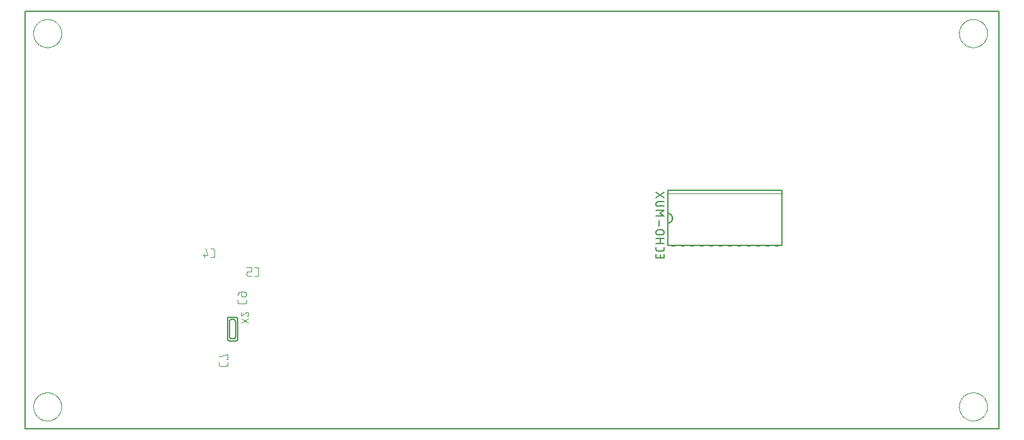
<source format=gbo>
G75*
%MOIN*%
%OFA0B0*%
%FSLAX25Y25*%
%IPPOS*%
%LPD*%
%AMOC8*
5,1,8,0,0,1.08239X$1,22.5*
%
%ADD10C,0.00787*%
%ADD11C,0.00000*%
%ADD12C,0.00400*%
%ADD13C,0.00600*%
%ADD14C,0.00200*%
%ADD15C,0.00500*%
%ADD16R,0.02000X0.00500*%
%ADD17C,0.00300*%
D10*
X0001394Y0002628D02*
X0001394Y0225069D01*
X0519110Y0225069D01*
X0519110Y0002628D01*
X0001394Y0002628D01*
D11*
X0005725Y0014439D02*
X0005727Y0014623D01*
X0005734Y0014806D01*
X0005745Y0014989D01*
X0005761Y0015172D01*
X0005781Y0015355D01*
X0005806Y0015537D01*
X0005835Y0015718D01*
X0005869Y0015898D01*
X0005907Y0016078D01*
X0005949Y0016256D01*
X0005996Y0016434D01*
X0006047Y0016610D01*
X0006103Y0016785D01*
X0006162Y0016959D01*
X0006226Y0017131D01*
X0006294Y0017301D01*
X0006367Y0017470D01*
X0006443Y0017637D01*
X0006524Y0017802D01*
X0006608Y0017965D01*
X0006697Y0018126D01*
X0006789Y0018284D01*
X0006885Y0018441D01*
X0006986Y0018595D01*
X0007089Y0018746D01*
X0007197Y0018895D01*
X0007308Y0019041D01*
X0007423Y0019184D01*
X0007541Y0019325D01*
X0007663Y0019462D01*
X0007788Y0019597D01*
X0007916Y0019728D01*
X0008047Y0019856D01*
X0008182Y0019981D01*
X0008319Y0020103D01*
X0008460Y0020221D01*
X0008603Y0020336D01*
X0008749Y0020447D01*
X0008898Y0020555D01*
X0009049Y0020658D01*
X0009203Y0020759D01*
X0009360Y0020855D01*
X0009518Y0020947D01*
X0009679Y0021036D01*
X0009842Y0021120D01*
X0010007Y0021201D01*
X0010174Y0021277D01*
X0010343Y0021350D01*
X0010513Y0021418D01*
X0010685Y0021482D01*
X0010859Y0021541D01*
X0011034Y0021597D01*
X0011210Y0021648D01*
X0011388Y0021695D01*
X0011566Y0021737D01*
X0011746Y0021775D01*
X0011926Y0021809D01*
X0012107Y0021838D01*
X0012289Y0021863D01*
X0012472Y0021883D01*
X0012655Y0021899D01*
X0012838Y0021910D01*
X0013021Y0021917D01*
X0013205Y0021919D01*
X0013389Y0021917D01*
X0013572Y0021910D01*
X0013755Y0021899D01*
X0013938Y0021883D01*
X0014121Y0021863D01*
X0014303Y0021838D01*
X0014484Y0021809D01*
X0014664Y0021775D01*
X0014844Y0021737D01*
X0015022Y0021695D01*
X0015200Y0021648D01*
X0015376Y0021597D01*
X0015551Y0021541D01*
X0015725Y0021482D01*
X0015897Y0021418D01*
X0016067Y0021350D01*
X0016236Y0021277D01*
X0016403Y0021201D01*
X0016568Y0021120D01*
X0016731Y0021036D01*
X0016892Y0020947D01*
X0017050Y0020855D01*
X0017207Y0020759D01*
X0017361Y0020658D01*
X0017512Y0020555D01*
X0017661Y0020447D01*
X0017807Y0020336D01*
X0017950Y0020221D01*
X0018091Y0020103D01*
X0018228Y0019981D01*
X0018363Y0019856D01*
X0018494Y0019728D01*
X0018622Y0019597D01*
X0018747Y0019462D01*
X0018869Y0019325D01*
X0018987Y0019184D01*
X0019102Y0019041D01*
X0019213Y0018895D01*
X0019321Y0018746D01*
X0019424Y0018595D01*
X0019525Y0018441D01*
X0019621Y0018284D01*
X0019713Y0018126D01*
X0019802Y0017965D01*
X0019886Y0017802D01*
X0019967Y0017637D01*
X0020043Y0017470D01*
X0020116Y0017301D01*
X0020184Y0017131D01*
X0020248Y0016959D01*
X0020307Y0016785D01*
X0020363Y0016610D01*
X0020414Y0016434D01*
X0020461Y0016256D01*
X0020503Y0016078D01*
X0020541Y0015898D01*
X0020575Y0015718D01*
X0020604Y0015537D01*
X0020629Y0015355D01*
X0020649Y0015172D01*
X0020665Y0014989D01*
X0020676Y0014806D01*
X0020683Y0014623D01*
X0020685Y0014439D01*
X0020683Y0014255D01*
X0020676Y0014072D01*
X0020665Y0013889D01*
X0020649Y0013706D01*
X0020629Y0013523D01*
X0020604Y0013341D01*
X0020575Y0013160D01*
X0020541Y0012980D01*
X0020503Y0012800D01*
X0020461Y0012622D01*
X0020414Y0012444D01*
X0020363Y0012268D01*
X0020307Y0012093D01*
X0020248Y0011919D01*
X0020184Y0011747D01*
X0020116Y0011577D01*
X0020043Y0011408D01*
X0019967Y0011241D01*
X0019886Y0011076D01*
X0019802Y0010913D01*
X0019713Y0010752D01*
X0019621Y0010594D01*
X0019525Y0010437D01*
X0019424Y0010283D01*
X0019321Y0010132D01*
X0019213Y0009983D01*
X0019102Y0009837D01*
X0018987Y0009694D01*
X0018869Y0009553D01*
X0018747Y0009416D01*
X0018622Y0009281D01*
X0018494Y0009150D01*
X0018363Y0009022D01*
X0018228Y0008897D01*
X0018091Y0008775D01*
X0017950Y0008657D01*
X0017807Y0008542D01*
X0017661Y0008431D01*
X0017512Y0008323D01*
X0017361Y0008220D01*
X0017207Y0008119D01*
X0017050Y0008023D01*
X0016892Y0007931D01*
X0016731Y0007842D01*
X0016568Y0007758D01*
X0016403Y0007677D01*
X0016236Y0007601D01*
X0016067Y0007528D01*
X0015897Y0007460D01*
X0015725Y0007396D01*
X0015551Y0007337D01*
X0015376Y0007281D01*
X0015200Y0007230D01*
X0015022Y0007183D01*
X0014844Y0007141D01*
X0014664Y0007103D01*
X0014484Y0007069D01*
X0014303Y0007040D01*
X0014121Y0007015D01*
X0013938Y0006995D01*
X0013755Y0006979D01*
X0013572Y0006968D01*
X0013389Y0006961D01*
X0013205Y0006959D01*
X0013021Y0006961D01*
X0012838Y0006968D01*
X0012655Y0006979D01*
X0012472Y0006995D01*
X0012289Y0007015D01*
X0012107Y0007040D01*
X0011926Y0007069D01*
X0011746Y0007103D01*
X0011566Y0007141D01*
X0011388Y0007183D01*
X0011210Y0007230D01*
X0011034Y0007281D01*
X0010859Y0007337D01*
X0010685Y0007396D01*
X0010513Y0007460D01*
X0010343Y0007528D01*
X0010174Y0007601D01*
X0010007Y0007677D01*
X0009842Y0007758D01*
X0009679Y0007842D01*
X0009518Y0007931D01*
X0009360Y0008023D01*
X0009203Y0008119D01*
X0009049Y0008220D01*
X0008898Y0008323D01*
X0008749Y0008431D01*
X0008603Y0008542D01*
X0008460Y0008657D01*
X0008319Y0008775D01*
X0008182Y0008897D01*
X0008047Y0009022D01*
X0007916Y0009150D01*
X0007788Y0009281D01*
X0007663Y0009416D01*
X0007541Y0009553D01*
X0007423Y0009694D01*
X0007308Y0009837D01*
X0007197Y0009983D01*
X0007089Y0010132D01*
X0006986Y0010283D01*
X0006885Y0010437D01*
X0006789Y0010594D01*
X0006697Y0010752D01*
X0006608Y0010913D01*
X0006524Y0011076D01*
X0006443Y0011241D01*
X0006367Y0011408D01*
X0006294Y0011577D01*
X0006226Y0011747D01*
X0006162Y0011919D01*
X0006103Y0012093D01*
X0006047Y0012268D01*
X0005996Y0012444D01*
X0005949Y0012622D01*
X0005907Y0012800D01*
X0005869Y0012980D01*
X0005835Y0013160D01*
X0005806Y0013341D01*
X0005781Y0013523D01*
X0005761Y0013706D01*
X0005745Y0013889D01*
X0005734Y0014072D01*
X0005727Y0014255D01*
X0005725Y0014439D01*
X0005725Y0213258D02*
X0005727Y0213442D01*
X0005734Y0213625D01*
X0005745Y0213808D01*
X0005761Y0213991D01*
X0005781Y0214174D01*
X0005806Y0214356D01*
X0005835Y0214537D01*
X0005869Y0214717D01*
X0005907Y0214897D01*
X0005949Y0215075D01*
X0005996Y0215253D01*
X0006047Y0215429D01*
X0006103Y0215604D01*
X0006162Y0215778D01*
X0006226Y0215950D01*
X0006294Y0216120D01*
X0006367Y0216289D01*
X0006443Y0216456D01*
X0006524Y0216621D01*
X0006608Y0216784D01*
X0006697Y0216945D01*
X0006789Y0217103D01*
X0006885Y0217260D01*
X0006986Y0217414D01*
X0007089Y0217565D01*
X0007197Y0217714D01*
X0007308Y0217860D01*
X0007423Y0218003D01*
X0007541Y0218144D01*
X0007663Y0218281D01*
X0007788Y0218416D01*
X0007916Y0218547D01*
X0008047Y0218675D01*
X0008182Y0218800D01*
X0008319Y0218922D01*
X0008460Y0219040D01*
X0008603Y0219155D01*
X0008749Y0219266D01*
X0008898Y0219374D01*
X0009049Y0219477D01*
X0009203Y0219578D01*
X0009360Y0219674D01*
X0009518Y0219766D01*
X0009679Y0219855D01*
X0009842Y0219939D01*
X0010007Y0220020D01*
X0010174Y0220096D01*
X0010343Y0220169D01*
X0010513Y0220237D01*
X0010685Y0220301D01*
X0010859Y0220360D01*
X0011034Y0220416D01*
X0011210Y0220467D01*
X0011388Y0220514D01*
X0011566Y0220556D01*
X0011746Y0220594D01*
X0011926Y0220628D01*
X0012107Y0220657D01*
X0012289Y0220682D01*
X0012472Y0220702D01*
X0012655Y0220718D01*
X0012838Y0220729D01*
X0013021Y0220736D01*
X0013205Y0220738D01*
X0013389Y0220736D01*
X0013572Y0220729D01*
X0013755Y0220718D01*
X0013938Y0220702D01*
X0014121Y0220682D01*
X0014303Y0220657D01*
X0014484Y0220628D01*
X0014664Y0220594D01*
X0014844Y0220556D01*
X0015022Y0220514D01*
X0015200Y0220467D01*
X0015376Y0220416D01*
X0015551Y0220360D01*
X0015725Y0220301D01*
X0015897Y0220237D01*
X0016067Y0220169D01*
X0016236Y0220096D01*
X0016403Y0220020D01*
X0016568Y0219939D01*
X0016731Y0219855D01*
X0016892Y0219766D01*
X0017050Y0219674D01*
X0017207Y0219578D01*
X0017361Y0219477D01*
X0017512Y0219374D01*
X0017661Y0219266D01*
X0017807Y0219155D01*
X0017950Y0219040D01*
X0018091Y0218922D01*
X0018228Y0218800D01*
X0018363Y0218675D01*
X0018494Y0218547D01*
X0018622Y0218416D01*
X0018747Y0218281D01*
X0018869Y0218144D01*
X0018987Y0218003D01*
X0019102Y0217860D01*
X0019213Y0217714D01*
X0019321Y0217565D01*
X0019424Y0217414D01*
X0019525Y0217260D01*
X0019621Y0217103D01*
X0019713Y0216945D01*
X0019802Y0216784D01*
X0019886Y0216621D01*
X0019967Y0216456D01*
X0020043Y0216289D01*
X0020116Y0216120D01*
X0020184Y0215950D01*
X0020248Y0215778D01*
X0020307Y0215604D01*
X0020363Y0215429D01*
X0020414Y0215253D01*
X0020461Y0215075D01*
X0020503Y0214897D01*
X0020541Y0214717D01*
X0020575Y0214537D01*
X0020604Y0214356D01*
X0020629Y0214174D01*
X0020649Y0213991D01*
X0020665Y0213808D01*
X0020676Y0213625D01*
X0020683Y0213442D01*
X0020685Y0213258D01*
X0020683Y0213074D01*
X0020676Y0212891D01*
X0020665Y0212708D01*
X0020649Y0212525D01*
X0020629Y0212342D01*
X0020604Y0212160D01*
X0020575Y0211979D01*
X0020541Y0211799D01*
X0020503Y0211619D01*
X0020461Y0211441D01*
X0020414Y0211263D01*
X0020363Y0211087D01*
X0020307Y0210912D01*
X0020248Y0210738D01*
X0020184Y0210566D01*
X0020116Y0210396D01*
X0020043Y0210227D01*
X0019967Y0210060D01*
X0019886Y0209895D01*
X0019802Y0209732D01*
X0019713Y0209571D01*
X0019621Y0209413D01*
X0019525Y0209256D01*
X0019424Y0209102D01*
X0019321Y0208951D01*
X0019213Y0208802D01*
X0019102Y0208656D01*
X0018987Y0208513D01*
X0018869Y0208372D01*
X0018747Y0208235D01*
X0018622Y0208100D01*
X0018494Y0207969D01*
X0018363Y0207841D01*
X0018228Y0207716D01*
X0018091Y0207594D01*
X0017950Y0207476D01*
X0017807Y0207361D01*
X0017661Y0207250D01*
X0017512Y0207142D01*
X0017361Y0207039D01*
X0017207Y0206938D01*
X0017050Y0206842D01*
X0016892Y0206750D01*
X0016731Y0206661D01*
X0016568Y0206577D01*
X0016403Y0206496D01*
X0016236Y0206420D01*
X0016067Y0206347D01*
X0015897Y0206279D01*
X0015725Y0206215D01*
X0015551Y0206156D01*
X0015376Y0206100D01*
X0015200Y0206049D01*
X0015022Y0206002D01*
X0014844Y0205960D01*
X0014664Y0205922D01*
X0014484Y0205888D01*
X0014303Y0205859D01*
X0014121Y0205834D01*
X0013938Y0205814D01*
X0013755Y0205798D01*
X0013572Y0205787D01*
X0013389Y0205780D01*
X0013205Y0205778D01*
X0013021Y0205780D01*
X0012838Y0205787D01*
X0012655Y0205798D01*
X0012472Y0205814D01*
X0012289Y0205834D01*
X0012107Y0205859D01*
X0011926Y0205888D01*
X0011746Y0205922D01*
X0011566Y0205960D01*
X0011388Y0206002D01*
X0011210Y0206049D01*
X0011034Y0206100D01*
X0010859Y0206156D01*
X0010685Y0206215D01*
X0010513Y0206279D01*
X0010343Y0206347D01*
X0010174Y0206420D01*
X0010007Y0206496D01*
X0009842Y0206577D01*
X0009679Y0206661D01*
X0009518Y0206750D01*
X0009360Y0206842D01*
X0009203Y0206938D01*
X0009049Y0207039D01*
X0008898Y0207142D01*
X0008749Y0207250D01*
X0008603Y0207361D01*
X0008460Y0207476D01*
X0008319Y0207594D01*
X0008182Y0207716D01*
X0008047Y0207841D01*
X0007916Y0207969D01*
X0007788Y0208100D01*
X0007663Y0208235D01*
X0007541Y0208372D01*
X0007423Y0208513D01*
X0007308Y0208656D01*
X0007197Y0208802D01*
X0007089Y0208951D01*
X0006986Y0209102D01*
X0006885Y0209256D01*
X0006789Y0209413D01*
X0006697Y0209571D01*
X0006608Y0209732D01*
X0006524Y0209895D01*
X0006443Y0210060D01*
X0006367Y0210227D01*
X0006294Y0210396D01*
X0006226Y0210566D01*
X0006162Y0210738D01*
X0006103Y0210912D01*
X0006047Y0211087D01*
X0005996Y0211263D01*
X0005949Y0211441D01*
X0005907Y0211619D01*
X0005869Y0211799D01*
X0005835Y0211979D01*
X0005806Y0212160D01*
X0005781Y0212342D01*
X0005761Y0212525D01*
X0005745Y0212708D01*
X0005734Y0212891D01*
X0005727Y0213074D01*
X0005725Y0213258D01*
X0497851Y0213258D02*
X0497853Y0213442D01*
X0497860Y0213625D01*
X0497871Y0213808D01*
X0497887Y0213991D01*
X0497907Y0214174D01*
X0497932Y0214356D01*
X0497961Y0214537D01*
X0497995Y0214717D01*
X0498033Y0214897D01*
X0498075Y0215075D01*
X0498122Y0215253D01*
X0498173Y0215429D01*
X0498229Y0215604D01*
X0498288Y0215778D01*
X0498352Y0215950D01*
X0498420Y0216120D01*
X0498493Y0216289D01*
X0498569Y0216456D01*
X0498650Y0216621D01*
X0498734Y0216784D01*
X0498823Y0216945D01*
X0498915Y0217103D01*
X0499011Y0217260D01*
X0499112Y0217414D01*
X0499215Y0217565D01*
X0499323Y0217714D01*
X0499434Y0217860D01*
X0499549Y0218003D01*
X0499667Y0218144D01*
X0499789Y0218281D01*
X0499914Y0218416D01*
X0500042Y0218547D01*
X0500173Y0218675D01*
X0500308Y0218800D01*
X0500445Y0218922D01*
X0500586Y0219040D01*
X0500729Y0219155D01*
X0500875Y0219266D01*
X0501024Y0219374D01*
X0501175Y0219477D01*
X0501329Y0219578D01*
X0501486Y0219674D01*
X0501644Y0219766D01*
X0501805Y0219855D01*
X0501968Y0219939D01*
X0502133Y0220020D01*
X0502300Y0220096D01*
X0502469Y0220169D01*
X0502639Y0220237D01*
X0502811Y0220301D01*
X0502985Y0220360D01*
X0503160Y0220416D01*
X0503336Y0220467D01*
X0503514Y0220514D01*
X0503692Y0220556D01*
X0503872Y0220594D01*
X0504052Y0220628D01*
X0504233Y0220657D01*
X0504415Y0220682D01*
X0504598Y0220702D01*
X0504781Y0220718D01*
X0504964Y0220729D01*
X0505147Y0220736D01*
X0505331Y0220738D01*
X0505515Y0220736D01*
X0505698Y0220729D01*
X0505881Y0220718D01*
X0506064Y0220702D01*
X0506247Y0220682D01*
X0506429Y0220657D01*
X0506610Y0220628D01*
X0506790Y0220594D01*
X0506970Y0220556D01*
X0507148Y0220514D01*
X0507326Y0220467D01*
X0507502Y0220416D01*
X0507677Y0220360D01*
X0507851Y0220301D01*
X0508023Y0220237D01*
X0508193Y0220169D01*
X0508362Y0220096D01*
X0508529Y0220020D01*
X0508694Y0219939D01*
X0508857Y0219855D01*
X0509018Y0219766D01*
X0509176Y0219674D01*
X0509333Y0219578D01*
X0509487Y0219477D01*
X0509638Y0219374D01*
X0509787Y0219266D01*
X0509933Y0219155D01*
X0510076Y0219040D01*
X0510217Y0218922D01*
X0510354Y0218800D01*
X0510489Y0218675D01*
X0510620Y0218547D01*
X0510748Y0218416D01*
X0510873Y0218281D01*
X0510995Y0218144D01*
X0511113Y0218003D01*
X0511228Y0217860D01*
X0511339Y0217714D01*
X0511447Y0217565D01*
X0511550Y0217414D01*
X0511651Y0217260D01*
X0511747Y0217103D01*
X0511839Y0216945D01*
X0511928Y0216784D01*
X0512012Y0216621D01*
X0512093Y0216456D01*
X0512169Y0216289D01*
X0512242Y0216120D01*
X0512310Y0215950D01*
X0512374Y0215778D01*
X0512433Y0215604D01*
X0512489Y0215429D01*
X0512540Y0215253D01*
X0512587Y0215075D01*
X0512629Y0214897D01*
X0512667Y0214717D01*
X0512701Y0214537D01*
X0512730Y0214356D01*
X0512755Y0214174D01*
X0512775Y0213991D01*
X0512791Y0213808D01*
X0512802Y0213625D01*
X0512809Y0213442D01*
X0512811Y0213258D01*
X0512809Y0213074D01*
X0512802Y0212891D01*
X0512791Y0212708D01*
X0512775Y0212525D01*
X0512755Y0212342D01*
X0512730Y0212160D01*
X0512701Y0211979D01*
X0512667Y0211799D01*
X0512629Y0211619D01*
X0512587Y0211441D01*
X0512540Y0211263D01*
X0512489Y0211087D01*
X0512433Y0210912D01*
X0512374Y0210738D01*
X0512310Y0210566D01*
X0512242Y0210396D01*
X0512169Y0210227D01*
X0512093Y0210060D01*
X0512012Y0209895D01*
X0511928Y0209732D01*
X0511839Y0209571D01*
X0511747Y0209413D01*
X0511651Y0209256D01*
X0511550Y0209102D01*
X0511447Y0208951D01*
X0511339Y0208802D01*
X0511228Y0208656D01*
X0511113Y0208513D01*
X0510995Y0208372D01*
X0510873Y0208235D01*
X0510748Y0208100D01*
X0510620Y0207969D01*
X0510489Y0207841D01*
X0510354Y0207716D01*
X0510217Y0207594D01*
X0510076Y0207476D01*
X0509933Y0207361D01*
X0509787Y0207250D01*
X0509638Y0207142D01*
X0509487Y0207039D01*
X0509333Y0206938D01*
X0509176Y0206842D01*
X0509018Y0206750D01*
X0508857Y0206661D01*
X0508694Y0206577D01*
X0508529Y0206496D01*
X0508362Y0206420D01*
X0508193Y0206347D01*
X0508023Y0206279D01*
X0507851Y0206215D01*
X0507677Y0206156D01*
X0507502Y0206100D01*
X0507326Y0206049D01*
X0507148Y0206002D01*
X0506970Y0205960D01*
X0506790Y0205922D01*
X0506610Y0205888D01*
X0506429Y0205859D01*
X0506247Y0205834D01*
X0506064Y0205814D01*
X0505881Y0205798D01*
X0505698Y0205787D01*
X0505515Y0205780D01*
X0505331Y0205778D01*
X0505147Y0205780D01*
X0504964Y0205787D01*
X0504781Y0205798D01*
X0504598Y0205814D01*
X0504415Y0205834D01*
X0504233Y0205859D01*
X0504052Y0205888D01*
X0503872Y0205922D01*
X0503692Y0205960D01*
X0503514Y0206002D01*
X0503336Y0206049D01*
X0503160Y0206100D01*
X0502985Y0206156D01*
X0502811Y0206215D01*
X0502639Y0206279D01*
X0502469Y0206347D01*
X0502300Y0206420D01*
X0502133Y0206496D01*
X0501968Y0206577D01*
X0501805Y0206661D01*
X0501644Y0206750D01*
X0501486Y0206842D01*
X0501329Y0206938D01*
X0501175Y0207039D01*
X0501024Y0207142D01*
X0500875Y0207250D01*
X0500729Y0207361D01*
X0500586Y0207476D01*
X0500445Y0207594D01*
X0500308Y0207716D01*
X0500173Y0207841D01*
X0500042Y0207969D01*
X0499914Y0208100D01*
X0499789Y0208235D01*
X0499667Y0208372D01*
X0499549Y0208513D01*
X0499434Y0208656D01*
X0499323Y0208802D01*
X0499215Y0208951D01*
X0499112Y0209102D01*
X0499011Y0209256D01*
X0498915Y0209413D01*
X0498823Y0209571D01*
X0498734Y0209732D01*
X0498650Y0209895D01*
X0498569Y0210060D01*
X0498493Y0210227D01*
X0498420Y0210396D01*
X0498352Y0210566D01*
X0498288Y0210738D01*
X0498229Y0210912D01*
X0498173Y0211087D01*
X0498122Y0211263D01*
X0498075Y0211441D01*
X0498033Y0211619D01*
X0497995Y0211799D01*
X0497961Y0211979D01*
X0497932Y0212160D01*
X0497907Y0212342D01*
X0497887Y0212525D01*
X0497871Y0212708D01*
X0497860Y0212891D01*
X0497853Y0213074D01*
X0497851Y0213258D01*
X0497851Y0014439D02*
X0497853Y0014623D01*
X0497860Y0014806D01*
X0497871Y0014989D01*
X0497887Y0015172D01*
X0497907Y0015355D01*
X0497932Y0015537D01*
X0497961Y0015718D01*
X0497995Y0015898D01*
X0498033Y0016078D01*
X0498075Y0016256D01*
X0498122Y0016434D01*
X0498173Y0016610D01*
X0498229Y0016785D01*
X0498288Y0016959D01*
X0498352Y0017131D01*
X0498420Y0017301D01*
X0498493Y0017470D01*
X0498569Y0017637D01*
X0498650Y0017802D01*
X0498734Y0017965D01*
X0498823Y0018126D01*
X0498915Y0018284D01*
X0499011Y0018441D01*
X0499112Y0018595D01*
X0499215Y0018746D01*
X0499323Y0018895D01*
X0499434Y0019041D01*
X0499549Y0019184D01*
X0499667Y0019325D01*
X0499789Y0019462D01*
X0499914Y0019597D01*
X0500042Y0019728D01*
X0500173Y0019856D01*
X0500308Y0019981D01*
X0500445Y0020103D01*
X0500586Y0020221D01*
X0500729Y0020336D01*
X0500875Y0020447D01*
X0501024Y0020555D01*
X0501175Y0020658D01*
X0501329Y0020759D01*
X0501486Y0020855D01*
X0501644Y0020947D01*
X0501805Y0021036D01*
X0501968Y0021120D01*
X0502133Y0021201D01*
X0502300Y0021277D01*
X0502469Y0021350D01*
X0502639Y0021418D01*
X0502811Y0021482D01*
X0502985Y0021541D01*
X0503160Y0021597D01*
X0503336Y0021648D01*
X0503514Y0021695D01*
X0503692Y0021737D01*
X0503872Y0021775D01*
X0504052Y0021809D01*
X0504233Y0021838D01*
X0504415Y0021863D01*
X0504598Y0021883D01*
X0504781Y0021899D01*
X0504964Y0021910D01*
X0505147Y0021917D01*
X0505331Y0021919D01*
X0505515Y0021917D01*
X0505698Y0021910D01*
X0505881Y0021899D01*
X0506064Y0021883D01*
X0506247Y0021863D01*
X0506429Y0021838D01*
X0506610Y0021809D01*
X0506790Y0021775D01*
X0506970Y0021737D01*
X0507148Y0021695D01*
X0507326Y0021648D01*
X0507502Y0021597D01*
X0507677Y0021541D01*
X0507851Y0021482D01*
X0508023Y0021418D01*
X0508193Y0021350D01*
X0508362Y0021277D01*
X0508529Y0021201D01*
X0508694Y0021120D01*
X0508857Y0021036D01*
X0509018Y0020947D01*
X0509176Y0020855D01*
X0509333Y0020759D01*
X0509487Y0020658D01*
X0509638Y0020555D01*
X0509787Y0020447D01*
X0509933Y0020336D01*
X0510076Y0020221D01*
X0510217Y0020103D01*
X0510354Y0019981D01*
X0510489Y0019856D01*
X0510620Y0019728D01*
X0510748Y0019597D01*
X0510873Y0019462D01*
X0510995Y0019325D01*
X0511113Y0019184D01*
X0511228Y0019041D01*
X0511339Y0018895D01*
X0511447Y0018746D01*
X0511550Y0018595D01*
X0511651Y0018441D01*
X0511747Y0018284D01*
X0511839Y0018126D01*
X0511928Y0017965D01*
X0512012Y0017802D01*
X0512093Y0017637D01*
X0512169Y0017470D01*
X0512242Y0017301D01*
X0512310Y0017131D01*
X0512374Y0016959D01*
X0512433Y0016785D01*
X0512489Y0016610D01*
X0512540Y0016434D01*
X0512587Y0016256D01*
X0512629Y0016078D01*
X0512667Y0015898D01*
X0512701Y0015718D01*
X0512730Y0015537D01*
X0512755Y0015355D01*
X0512775Y0015172D01*
X0512791Y0014989D01*
X0512802Y0014806D01*
X0512809Y0014623D01*
X0512811Y0014439D01*
X0512809Y0014255D01*
X0512802Y0014072D01*
X0512791Y0013889D01*
X0512775Y0013706D01*
X0512755Y0013523D01*
X0512730Y0013341D01*
X0512701Y0013160D01*
X0512667Y0012980D01*
X0512629Y0012800D01*
X0512587Y0012622D01*
X0512540Y0012444D01*
X0512489Y0012268D01*
X0512433Y0012093D01*
X0512374Y0011919D01*
X0512310Y0011747D01*
X0512242Y0011577D01*
X0512169Y0011408D01*
X0512093Y0011241D01*
X0512012Y0011076D01*
X0511928Y0010913D01*
X0511839Y0010752D01*
X0511747Y0010594D01*
X0511651Y0010437D01*
X0511550Y0010283D01*
X0511447Y0010132D01*
X0511339Y0009983D01*
X0511228Y0009837D01*
X0511113Y0009694D01*
X0510995Y0009553D01*
X0510873Y0009416D01*
X0510748Y0009281D01*
X0510620Y0009150D01*
X0510489Y0009022D01*
X0510354Y0008897D01*
X0510217Y0008775D01*
X0510076Y0008657D01*
X0509933Y0008542D01*
X0509787Y0008431D01*
X0509638Y0008323D01*
X0509487Y0008220D01*
X0509333Y0008119D01*
X0509176Y0008023D01*
X0509018Y0007931D01*
X0508857Y0007842D01*
X0508694Y0007758D01*
X0508529Y0007677D01*
X0508362Y0007601D01*
X0508193Y0007528D01*
X0508023Y0007460D01*
X0507851Y0007396D01*
X0507677Y0007337D01*
X0507502Y0007281D01*
X0507326Y0007230D01*
X0507148Y0007183D01*
X0506970Y0007141D01*
X0506790Y0007103D01*
X0506610Y0007069D01*
X0506429Y0007040D01*
X0506247Y0007015D01*
X0506064Y0006995D01*
X0505881Y0006979D01*
X0505698Y0006968D01*
X0505515Y0006961D01*
X0505331Y0006959D01*
X0505147Y0006961D01*
X0504964Y0006968D01*
X0504781Y0006979D01*
X0504598Y0006995D01*
X0504415Y0007015D01*
X0504233Y0007040D01*
X0504052Y0007069D01*
X0503872Y0007103D01*
X0503692Y0007141D01*
X0503514Y0007183D01*
X0503336Y0007230D01*
X0503160Y0007281D01*
X0502985Y0007337D01*
X0502811Y0007396D01*
X0502639Y0007460D01*
X0502469Y0007528D01*
X0502300Y0007601D01*
X0502133Y0007677D01*
X0501968Y0007758D01*
X0501805Y0007842D01*
X0501644Y0007931D01*
X0501486Y0008023D01*
X0501329Y0008119D01*
X0501175Y0008220D01*
X0501024Y0008323D01*
X0500875Y0008431D01*
X0500729Y0008542D01*
X0500586Y0008657D01*
X0500445Y0008775D01*
X0500308Y0008897D01*
X0500173Y0009022D01*
X0500042Y0009150D01*
X0499914Y0009281D01*
X0499789Y0009416D01*
X0499667Y0009553D01*
X0499549Y0009694D01*
X0499434Y0009837D01*
X0499323Y0009983D01*
X0499215Y0010132D01*
X0499112Y0010283D01*
X0499011Y0010437D01*
X0498915Y0010594D01*
X0498823Y0010752D01*
X0498734Y0010913D01*
X0498650Y0011076D01*
X0498569Y0011241D01*
X0498493Y0011408D01*
X0498420Y0011577D01*
X0498352Y0011747D01*
X0498288Y0011919D01*
X0498229Y0012093D01*
X0498173Y0012268D01*
X0498122Y0012444D01*
X0498075Y0012622D01*
X0498033Y0012800D01*
X0497995Y0012980D01*
X0497961Y0013160D01*
X0497932Y0013341D01*
X0497907Y0013523D01*
X0497887Y0013706D01*
X0497871Y0013889D01*
X0497860Y0014072D01*
X0497853Y0014255D01*
X0497851Y0014439D01*
D12*
X0125491Y0084933D02*
X0125491Y0087488D01*
X0125489Y0087550D01*
X0125484Y0087611D01*
X0125474Y0087672D01*
X0125461Y0087733D01*
X0125445Y0087792D01*
X0125425Y0087850D01*
X0125401Y0087907D01*
X0125374Y0087963D01*
X0125344Y0088017D01*
X0125310Y0088069D01*
X0125274Y0088118D01*
X0125234Y0088166D01*
X0125192Y0088211D01*
X0125147Y0088253D01*
X0125099Y0088293D01*
X0125050Y0088329D01*
X0124998Y0088363D01*
X0124944Y0088393D01*
X0124888Y0088420D01*
X0124831Y0088444D01*
X0124773Y0088464D01*
X0124714Y0088480D01*
X0124653Y0088493D01*
X0124592Y0088503D01*
X0124531Y0088508D01*
X0124469Y0088510D01*
X0124469Y0088511D02*
X0123447Y0088511D01*
X0121728Y0088511D02*
X0119172Y0088511D01*
X0120195Y0086466D02*
X0121728Y0086466D01*
X0121728Y0088511D01*
X0120195Y0086466D02*
X0120133Y0086464D01*
X0120072Y0086459D01*
X0120011Y0086449D01*
X0119950Y0086436D01*
X0119891Y0086420D01*
X0119833Y0086400D01*
X0119776Y0086376D01*
X0119720Y0086349D01*
X0119666Y0086319D01*
X0119614Y0086285D01*
X0119565Y0086249D01*
X0119517Y0086209D01*
X0119472Y0086167D01*
X0119430Y0086122D01*
X0119390Y0086074D01*
X0119354Y0086025D01*
X0119320Y0085973D01*
X0119290Y0085919D01*
X0119263Y0085863D01*
X0119239Y0085806D01*
X0119219Y0085748D01*
X0119203Y0085689D01*
X0119190Y0085628D01*
X0119180Y0085567D01*
X0119175Y0085506D01*
X0119173Y0085444D01*
X0119172Y0085444D02*
X0119172Y0084933D01*
X0119173Y0084933D02*
X0119175Y0084871D01*
X0119180Y0084810D01*
X0119190Y0084749D01*
X0119203Y0084688D01*
X0119219Y0084629D01*
X0119239Y0084571D01*
X0119263Y0084514D01*
X0119290Y0084458D01*
X0119320Y0084404D01*
X0119354Y0084352D01*
X0119390Y0084303D01*
X0119430Y0084255D01*
X0119472Y0084210D01*
X0119517Y0084168D01*
X0119565Y0084128D01*
X0119614Y0084092D01*
X0119666Y0084058D01*
X0119720Y0084028D01*
X0119776Y0084001D01*
X0119833Y0083977D01*
X0119891Y0083957D01*
X0119950Y0083941D01*
X0120011Y0083928D01*
X0120072Y0083918D01*
X0120133Y0083913D01*
X0120195Y0083911D01*
X0121728Y0083911D01*
X0123447Y0083911D02*
X0124469Y0083911D01*
X0124531Y0083913D01*
X0124592Y0083918D01*
X0124653Y0083928D01*
X0124714Y0083941D01*
X0124773Y0083957D01*
X0124831Y0083977D01*
X0124888Y0084001D01*
X0124944Y0084028D01*
X0124998Y0084058D01*
X0125050Y0084092D01*
X0125099Y0084128D01*
X0125147Y0084168D01*
X0125192Y0084210D01*
X0125234Y0084255D01*
X0125274Y0084303D01*
X0125310Y0084352D01*
X0125344Y0084404D01*
X0125374Y0084458D01*
X0125401Y0084514D01*
X0125425Y0084571D01*
X0125445Y0084629D01*
X0125461Y0084688D01*
X0125474Y0084749D01*
X0125484Y0084810D01*
X0125489Y0084871D01*
X0125491Y0084933D01*
X0117652Y0075544D02*
X0116374Y0075544D01*
X0116374Y0074011D01*
X0116374Y0075544D02*
X0116285Y0075542D01*
X0116196Y0075536D01*
X0116107Y0075527D01*
X0116019Y0075513D01*
X0115932Y0075496D01*
X0115845Y0075474D01*
X0115759Y0075449D01*
X0115675Y0075421D01*
X0115592Y0075388D01*
X0115510Y0075352D01*
X0115430Y0075313D01*
X0115352Y0075270D01*
X0115276Y0075224D01*
X0115202Y0075174D01*
X0115130Y0075122D01*
X0115060Y0075066D01*
X0114993Y0075007D01*
X0114929Y0074945D01*
X0114867Y0074881D01*
X0114808Y0074814D01*
X0114752Y0074744D01*
X0114700Y0074672D01*
X0114650Y0074598D01*
X0114604Y0074522D01*
X0114561Y0074444D01*
X0114522Y0074364D01*
X0114486Y0074282D01*
X0114453Y0074199D01*
X0114425Y0074115D01*
X0114400Y0074029D01*
X0114378Y0073942D01*
X0114361Y0073855D01*
X0114347Y0073767D01*
X0114338Y0073678D01*
X0114332Y0073589D01*
X0114330Y0073500D01*
X0114330Y0071270D02*
X0114330Y0070248D01*
X0114332Y0070186D01*
X0114337Y0070125D01*
X0114347Y0070064D01*
X0114360Y0070003D01*
X0114376Y0069944D01*
X0114396Y0069886D01*
X0114420Y0069829D01*
X0114447Y0069773D01*
X0114477Y0069719D01*
X0114511Y0069667D01*
X0114547Y0069618D01*
X0114587Y0069570D01*
X0114629Y0069525D01*
X0114674Y0069483D01*
X0114722Y0069443D01*
X0114771Y0069407D01*
X0114823Y0069373D01*
X0114877Y0069343D01*
X0114933Y0069316D01*
X0114990Y0069292D01*
X0115048Y0069272D01*
X0115107Y0069256D01*
X0115168Y0069243D01*
X0115229Y0069233D01*
X0115290Y0069228D01*
X0115352Y0069226D01*
X0117908Y0069226D01*
X0117970Y0069228D01*
X0118031Y0069233D01*
X0118092Y0069243D01*
X0118153Y0069256D01*
X0118212Y0069272D01*
X0118270Y0069292D01*
X0118327Y0069316D01*
X0118383Y0069343D01*
X0118437Y0069373D01*
X0118489Y0069407D01*
X0118538Y0069443D01*
X0118586Y0069483D01*
X0118631Y0069525D01*
X0118673Y0069570D01*
X0118712Y0069618D01*
X0118749Y0069667D01*
X0118783Y0069719D01*
X0118813Y0069773D01*
X0118840Y0069829D01*
X0118864Y0069886D01*
X0118884Y0069944D01*
X0118900Y0070003D01*
X0118913Y0070064D01*
X0118923Y0070125D01*
X0118928Y0070186D01*
X0118930Y0070248D01*
X0118930Y0071270D01*
X0117652Y0072989D02*
X0117397Y0072989D01*
X0117335Y0072991D01*
X0117274Y0072996D01*
X0117213Y0073006D01*
X0117152Y0073019D01*
X0117093Y0073035D01*
X0117035Y0073055D01*
X0116978Y0073079D01*
X0116922Y0073106D01*
X0116868Y0073136D01*
X0116816Y0073170D01*
X0116767Y0073206D01*
X0116719Y0073246D01*
X0116674Y0073288D01*
X0116632Y0073333D01*
X0116592Y0073381D01*
X0116556Y0073430D01*
X0116522Y0073482D01*
X0116492Y0073536D01*
X0116465Y0073592D01*
X0116441Y0073649D01*
X0116421Y0073707D01*
X0116405Y0073766D01*
X0116392Y0073827D01*
X0116382Y0073888D01*
X0116377Y0073949D01*
X0116375Y0074011D01*
X0117652Y0072988D02*
X0117722Y0072990D01*
X0117793Y0072996D01*
X0117862Y0073005D01*
X0117931Y0073019D01*
X0118000Y0073036D01*
X0118067Y0073057D01*
X0118133Y0073082D01*
X0118197Y0073110D01*
X0118260Y0073142D01*
X0118321Y0073177D01*
X0118380Y0073216D01*
X0118437Y0073257D01*
X0118491Y0073302D01*
X0118543Y0073350D01*
X0118592Y0073400D01*
X0118639Y0073454D01*
X0118682Y0073509D01*
X0118722Y0073567D01*
X0118759Y0073627D01*
X0118792Y0073689D01*
X0118822Y0073753D01*
X0118849Y0073818D01*
X0118872Y0073884D01*
X0118891Y0073952D01*
X0118906Y0074021D01*
X0118918Y0074090D01*
X0118926Y0074160D01*
X0118930Y0074231D01*
X0118930Y0074301D01*
X0118926Y0074372D01*
X0118918Y0074442D01*
X0118906Y0074511D01*
X0118891Y0074580D01*
X0118872Y0074648D01*
X0118849Y0074714D01*
X0118822Y0074779D01*
X0118792Y0074843D01*
X0118759Y0074905D01*
X0118722Y0074965D01*
X0118682Y0075023D01*
X0118639Y0075078D01*
X0118592Y0075132D01*
X0118543Y0075182D01*
X0118491Y0075230D01*
X0118437Y0075275D01*
X0118380Y0075316D01*
X0118321Y0075355D01*
X0118260Y0075390D01*
X0118197Y0075422D01*
X0118133Y0075450D01*
X0118067Y0075475D01*
X0118000Y0075496D01*
X0117931Y0075513D01*
X0117862Y0075527D01*
X0117793Y0075536D01*
X0117722Y0075542D01*
X0117652Y0075544D01*
X0101097Y0093911D02*
X0100074Y0093911D01*
X0101097Y0093911D02*
X0101159Y0093913D01*
X0101220Y0093918D01*
X0101281Y0093928D01*
X0101342Y0093941D01*
X0101401Y0093957D01*
X0101459Y0093977D01*
X0101516Y0094001D01*
X0101572Y0094028D01*
X0101626Y0094058D01*
X0101678Y0094092D01*
X0101727Y0094128D01*
X0101775Y0094168D01*
X0101820Y0094210D01*
X0101862Y0094255D01*
X0101902Y0094303D01*
X0101938Y0094352D01*
X0101972Y0094404D01*
X0102002Y0094458D01*
X0102029Y0094514D01*
X0102053Y0094571D01*
X0102073Y0094629D01*
X0102089Y0094688D01*
X0102102Y0094749D01*
X0102112Y0094810D01*
X0102117Y0094871D01*
X0102119Y0094933D01*
X0102119Y0097488D01*
X0102117Y0097550D01*
X0102112Y0097611D01*
X0102102Y0097672D01*
X0102089Y0097733D01*
X0102073Y0097792D01*
X0102053Y0097850D01*
X0102029Y0097907D01*
X0102002Y0097963D01*
X0101972Y0098017D01*
X0101938Y0098069D01*
X0101902Y0098118D01*
X0101862Y0098166D01*
X0101820Y0098211D01*
X0101775Y0098253D01*
X0101727Y0098293D01*
X0101678Y0098329D01*
X0101626Y0098363D01*
X0101572Y0098393D01*
X0101516Y0098420D01*
X0101459Y0098444D01*
X0101401Y0098464D01*
X0101342Y0098480D01*
X0101281Y0098493D01*
X0101220Y0098503D01*
X0101159Y0098508D01*
X0101097Y0098510D01*
X0101097Y0098511D02*
X0100074Y0098511D01*
X0097334Y0098511D02*
X0098356Y0094933D01*
X0095800Y0094933D01*
X0096567Y0095955D02*
X0096567Y0093911D01*
X0108930Y0042330D02*
X0104330Y0041052D01*
X0104330Y0038055D02*
X0104330Y0037033D01*
X0104332Y0036971D01*
X0104337Y0036910D01*
X0104347Y0036849D01*
X0104360Y0036788D01*
X0104376Y0036729D01*
X0104396Y0036671D01*
X0104420Y0036614D01*
X0104447Y0036558D01*
X0104477Y0036504D01*
X0104511Y0036452D01*
X0104547Y0036403D01*
X0104587Y0036355D01*
X0104629Y0036310D01*
X0104674Y0036268D01*
X0104722Y0036228D01*
X0104771Y0036192D01*
X0104823Y0036158D01*
X0104877Y0036128D01*
X0104933Y0036101D01*
X0104990Y0036077D01*
X0105048Y0036057D01*
X0105107Y0036041D01*
X0105168Y0036028D01*
X0105229Y0036018D01*
X0105290Y0036013D01*
X0105352Y0036011D01*
X0107908Y0036011D01*
X0107970Y0036013D01*
X0108031Y0036018D01*
X0108092Y0036028D01*
X0108153Y0036041D01*
X0108212Y0036057D01*
X0108270Y0036077D01*
X0108327Y0036101D01*
X0108383Y0036128D01*
X0108437Y0036158D01*
X0108489Y0036192D01*
X0108538Y0036228D01*
X0108586Y0036268D01*
X0108631Y0036310D01*
X0108673Y0036355D01*
X0108712Y0036403D01*
X0108749Y0036452D01*
X0108783Y0036504D01*
X0108813Y0036558D01*
X0108840Y0036614D01*
X0108864Y0036671D01*
X0108884Y0036729D01*
X0108900Y0036788D01*
X0108913Y0036849D01*
X0108923Y0036910D01*
X0108928Y0036971D01*
X0108930Y0037033D01*
X0108930Y0038055D01*
X0108930Y0039774D02*
X0108930Y0042330D01*
X0108930Y0039774D02*
X0108419Y0039774D01*
D13*
X0343028Y0100167D02*
X0343028Y0112313D01*
X0343028Y0117352D01*
X0343028Y0129596D01*
X0403854Y0129596D01*
X0403854Y0100167D01*
X0343028Y0100167D01*
X0343028Y0112313D02*
X0343127Y0112315D01*
X0343226Y0112321D01*
X0343324Y0112330D01*
X0343422Y0112344D01*
X0343520Y0112361D01*
X0343616Y0112383D01*
X0343712Y0112408D01*
X0343807Y0112436D01*
X0343900Y0112469D01*
X0343992Y0112505D01*
X0344083Y0112544D01*
X0344172Y0112588D01*
X0344259Y0112634D01*
X0344345Y0112684D01*
X0344428Y0112738D01*
X0344509Y0112794D01*
X0344588Y0112854D01*
X0344665Y0112917D01*
X0344739Y0112983D01*
X0344810Y0113051D01*
X0344878Y0113122D01*
X0344944Y0113196D01*
X0345007Y0113273D01*
X0345067Y0113352D01*
X0345123Y0113433D01*
X0345177Y0113516D01*
X0345227Y0113602D01*
X0345273Y0113689D01*
X0345317Y0113778D01*
X0345356Y0113869D01*
X0345392Y0113961D01*
X0345425Y0114054D01*
X0345453Y0114149D01*
X0345478Y0114245D01*
X0345500Y0114341D01*
X0345517Y0114439D01*
X0345531Y0114537D01*
X0345540Y0114635D01*
X0345546Y0114734D01*
X0345548Y0114833D01*
X0345546Y0114932D01*
X0345540Y0115031D01*
X0345531Y0115129D01*
X0345517Y0115227D01*
X0345500Y0115325D01*
X0345478Y0115421D01*
X0345453Y0115517D01*
X0345425Y0115612D01*
X0345392Y0115705D01*
X0345356Y0115797D01*
X0345317Y0115888D01*
X0345273Y0115977D01*
X0345227Y0116064D01*
X0345177Y0116150D01*
X0345123Y0116233D01*
X0345067Y0116314D01*
X0345007Y0116393D01*
X0344944Y0116470D01*
X0344878Y0116544D01*
X0344810Y0116615D01*
X0344739Y0116683D01*
X0344665Y0116749D01*
X0344588Y0116812D01*
X0344509Y0116872D01*
X0344428Y0116928D01*
X0344345Y0116982D01*
X0344259Y0117032D01*
X0344172Y0117078D01*
X0344083Y0117122D01*
X0343992Y0117161D01*
X0343900Y0117197D01*
X0343807Y0117230D01*
X0343712Y0117258D01*
X0343616Y0117283D01*
X0343520Y0117305D01*
X0343422Y0117322D01*
X0343324Y0117336D01*
X0343226Y0117345D01*
X0343127Y0117351D01*
X0343028Y0117353D01*
D14*
X0342941Y0128133D02*
X0403941Y0128133D01*
D15*
X0341191Y0128583D02*
X0336691Y0125583D01*
X0337941Y0123683D02*
X0341191Y0123683D01*
X0341191Y0125583D02*
X0336691Y0128583D01*
X0337941Y0123683D02*
X0337872Y0123681D01*
X0337803Y0123675D01*
X0337735Y0123666D01*
X0337668Y0123653D01*
X0337601Y0123636D01*
X0337535Y0123615D01*
X0337471Y0123591D01*
X0337408Y0123563D01*
X0337346Y0123532D01*
X0337286Y0123498D01*
X0337229Y0123460D01*
X0337173Y0123419D01*
X0337120Y0123376D01*
X0337069Y0123329D01*
X0337021Y0123280D01*
X0336976Y0123228D01*
X0336934Y0123173D01*
X0336895Y0123117D01*
X0336858Y0123058D01*
X0336826Y0122997D01*
X0336796Y0122935D01*
X0336770Y0122871D01*
X0336748Y0122806D01*
X0336729Y0122740D01*
X0336714Y0122673D01*
X0336703Y0122605D01*
X0336695Y0122536D01*
X0336691Y0122467D01*
X0336691Y0122399D01*
X0336695Y0122330D01*
X0336703Y0122261D01*
X0336714Y0122193D01*
X0336729Y0122126D01*
X0336748Y0122060D01*
X0336770Y0121995D01*
X0336796Y0121931D01*
X0336826Y0121869D01*
X0336858Y0121808D01*
X0336895Y0121749D01*
X0336934Y0121693D01*
X0336976Y0121638D01*
X0337021Y0121586D01*
X0337069Y0121537D01*
X0337120Y0121490D01*
X0337173Y0121447D01*
X0337229Y0121406D01*
X0337286Y0121368D01*
X0337346Y0121334D01*
X0337408Y0121303D01*
X0337471Y0121275D01*
X0337535Y0121251D01*
X0337601Y0121230D01*
X0337668Y0121213D01*
X0337735Y0121200D01*
X0337803Y0121191D01*
X0337872Y0121185D01*
X0337941Y0121183D01*
X0341191Y0121183D01*
X0341191Y0118833D02*
X0336691Y0118833D01*
X0338691Y0117333D02*
X0341191Y0118833D01*
X0338691Y0117333D02*
X0341191Y0115833D01*
X0336691Y0115833D01*
X0338441Y0113583D02*
X0338441Y0110583D01*
X0337941Y0108533D02*
X0339941Y0108533D01*
X0340010Y0108531D01*
X0340079Y0108525D01*
X0340147Y0108516D01*
X0340214Y0108503D01*
X0340281Y0108486D01*
X0340347Y0108465D01*
X0340411Y0108441D01*
X0340474Y0108413D01*
X0340536Y0108382D01*
X0340596Y0108348D01*
X0340653Y0108310D01*
X0340709Y0108269D01*
X0340762Y0108226D01*
X0340813Y0108179D01*
X0340861Y0108130D01*
X0340906Y0108078D01*
X0340948Y0108023D01*
X0340987Y0107967D01*
X0341024Y0107908D01*
X0341056Y0107847D01*
X0341086Y0107785D01*
X0341112Y0107721D01*
X0341134Y0107656D01*
X0341153Y0107590D01*
X0341168Y0107523D01*
X0341179Y0107455D01*
X0341187Y0107386D01*
X0341191Y0107317D01*
X0341191Y0107249D01*
X0341187Y0107180D01*
X0341179Y0107111D01*
X0341168Y0107043D01*
X0341153Y0106976D01*
X0341134Y0106910D01*
X0341112Y0106845D01*
X0341086Y0106781D01*
X0341056Y0106719D01*
X0341024Y0106658D01*
X0340987Y0106599D01*
X0340948Y0106543D01*
X0340906Y0106488D01*
X0340861Y0106436D01*
X0340813Y0106387D01*
X0340762Y0106340D01*
X0340709Y0106297D01*
X0340653Y0106256D01*
X0340596Y0106218D01*
X0340536Y0106184D01*
X0340474Y0106153D01*
X0340411Y0106125D01*
X0340347Y0106101D01*
X0340281Y0106080D01*
X0340214Y0106063D01*
X0340147Y0106050D01*
X0340079Y0106041D01*
X0340010Y0106035D01*
X0339941Y0106033D01*
X0337941Y0106033D01*
X0337872Y0106035D01*
X0337803Y0106041D01*
X0337735Y0106050D01*
X0337668Y0106063D01*
X0337601Y0106080D01*
X0337535Y0106101D01*
X0337471Y0106125D01*
X0337408Y0106153D01*
X0337346Y0106184D01*
X0337286Y0106218D01*
X0337229Y0106256D01*
X0337173Y0106297D01*
X0337120Y0106340D01*
X0337069Y0106387D01*
X0337021Y0106436D01*
X0336976Y0106488D01*
X0336934Y0106543D01*
X0336895Y0106599D01*
X0336858Y0106658D01*
X0336826Y0106719D01*
X0336796Y0106781D01*
X0336770Y0106845D01*
X0336748Y0106910D01*
X0336729Y0106976D01*
X0336714Y0107043D01*
X0336703Y0107111D01*
X0336695Y0107180D01*
X0336691Y0107249D01*
X0336691Y0107317D01*
X0336695Y0107386D01*
X0336703Y0107455D01*
X0336714Y0107523D01*
X0336729Y0107590D01*
X0336748Y0107656D01*
X0336770Y0107721D01*
X0336796Y0107785D01*
X0336826Y0107847D01*
X0336858Y0107908D01*
X0336895Y0107967D01*
X0336934Y0108023D01*
X0336976Y0108078D01*
X0337021Y0108130D01*
X0337069Y0108179D01*
X0337120Y0108226D01*
X0337173Y0108269D01*
X0337229Y0108310D01*
X0337286Y0108348D01*
X0337346Y0108382D01*
X0337408Y0108413D01*
X0337471Y0108441D01*
X0337535Y0108465D01*
X0337601Y0108486D01*
X0337668Y0108503D01*
X0337735Y0108516D01*
X0337803Y0108525D01*
X0337872Y0108531D01*
X0337941Y0108533D01*
X0339191Y0103883D02*
X0339191Y0101383D01*
X0341191Y0101383D02*
X0336691Y0101383D01*
X0336691Y0099468D02*
X0336691Y0098468D01*
X0336693Y0098408D01*
X0336698Y0098347D01*
X0336707Y0098288D01*
X0336720Y0098229D01*
X0336736Y0098170D01*
X0336756Y0098113D01*
X0336779Y0098058D01*
X0336806Y0098003D01*
X0336835Y0097951D01*
X0336868Y0097900D01*
X0336904Y0097851D01*
X0336942Y0097805D01*
X0336984Y0097761D01*
X0337028Y0097719D01*
X0337074Y0097681D01*
X0337123Y0097645D01*
X0337174Y0097612D01*
X0337226Y0097583D01*
X0337281Y0097556D01*
X0337336Y0097533D01*
X0337393Y0097513D01*
X0337452Y0097497D01*
X0337511Y0097484D01*
X0337570Y0097475D01*
X0337631Y0097470D01*
X0337691Y0097468D01*
X0340191Y0097468D01*
X0340251Y0097470D01*
X0340312Y0097475D01*
X0340371Y0097484D01*
X0340430Y0097497D01*
X0340489Y0097513D01*
X0340546Y0097533D01*
X0340601Y0097556D01*
X0340656Y0097583D01*
X0340708Y0097612D01*
X0340759Y0097645D01*
X0340808Y0097681D01*
X0340854Y0097719D01*
X0340898Y0097761D01*
X0340940Y0097805D01*
X0340978Y0097851D01*
X0341014Y0097900D01*
X0341047Y0097951D01*
X0341076Y0098003D01*
X0341103Y0098058D01*
X0341126Y0098113D01*
X0341146Y0098170D01*
X0341162Y0098229D01*
X0341175Y0098288D01*
X0341184Y0098347D01*
X0341189Y0098408D01*
X0341191Y0098468D01*
X0341191Y0099468D01*
X0341191Y0095743D02*
X0341191Y0093743D01*
X0336691Y0093743D01*
X0336691Y0095743D01*
X0339191Y0095243D02*
X0339191Y0093743D01*
X0341191Y0103883D02*
X0336691Y0103883D01*
X0114386Y0060963D02*
X0114386Y0050592D01*
X0114385Y0050592D02*
X0114383Y0050527D01*
X0114377Y0050463D01*
X0114368Y0050399D01*
X0114355Y0050335D01*
X0114338Y0050273D01*
X0114318Y0050211D01*
X0114294Y0050151D01*
X0114267Y0050092D01*
X0114236Y0050036D01*
X0114202Y0049980D01*
X0114165Y0049927D01*
X0114125Y0049877D01*
X0114082Y0049828D01*
X0114036Y0049782D01*
X0113987Y0049739D01*
X0113937Y0049699D01*
X0113884Y0049662D01*
X0113829Y0049628D01*
X0113772Y0049597D01*
X0113713Y0049570D01*
X0113653Y0049546D01*
X0113591Y0049526D01*
X0113529Y0049509D01*
X0113465Y0049496D01*
X0113401Y0049487D01*
X0113337Y0049481D01*
X0113272Y0049479D01*
X0113272Y0049478D02*
X0110119Y0049478D01*
X0110049Y0049480D01*
X0109980Y0049486D01*
X0109910Y0049496D01*
X0109842Y0049509D01*
X0109774Y0049527D01*
X0109708Y0049548D01*
X0109643Y0049573D01*
X0109579Y0049601D01*
X0109517Y0049633D01*
X0109457Y0049669D01*
X0109399Y0049708D01*
X0109343Y0049750D01*
X0109289Y0049795D01*
X0109239Y0049843D01*
X0109191Y0049893D01*
X0109146Y0049947D01*
X0109104Y0050003D01*
X0109065Y0050061D01*
X0109029Y0050121D01*
X0108997Y0050183D01*
X0108969Y0050247D01*
X0108944Y0050312D01*
X0108923Y0050378D01*
X0108905Y0050446D01*
X0108892Y0050514D01*
X0108882Y0050584D01*
X0108876Y0050653D01*
X0108874Y0050723D01*
X0108874Y0061196D01*
X0108876Y0061254D01*
X0108882Y0061311D01*
X0108891Y0061368D01*
X0108904Y0061424D01*
X0108921Y0061479D01*
X0108941Y0061533D01*
X0108965Y0061585D01*
X0108992Y0061636D01*
X0109022Y0061685D01*
X0109056Y0061732D01*
X0109092Y0061776D01*
X0109132Y0061818D01*
X0109174Y0061858D01*
X0109218Y0061894D01*
X0109265Y0061928D01*
X0109314Y0061958D01*
X0109365Y0061985D01*
X0109417Y0062009D01*
X0109471Y0062029D01*
X0109526Y0062046D01*
X0109582Y0062059D01*
X0109639Y0062068D01*
X0109696Y0062074D01*
X0109754Y0062076D01*
X0109754Y0062077D02*
X0113272Y0062077D01*
X0113272Y0062076D02*
X0113337Y0062074D01*
X0113401Y0062068D01*
X0113465Y0062059D01*
X0113529Y0062046D01*
X0113591Y0062029D01*
X0113653Y0062009D01*
X0113713Y0061985D01*
X0113772Y0061958D01*
X0113829Y0061927D01*
X0113884Y0061893D01*
X0113937Y0061856D01*
X0113987Y0061816D01*
X0114036Y0061773D01*
X0114082Y0061727D01*
X0114125Y0061678D01*
X0114165Y0061628D01*
X0114202Y0061575D01*
X0114236Y0061520D01*
X0114267Y0061463D01*
X0114294Y0061404D01*
X0114318Y0061344D01*
X0114338Y0061282D01*
X0114355Y0061220D01*
X0114368Y0061156D01*
X0114377Y0061092D01*
X0114383Y0061028D01*
X0114385Y0060963D01*
X0113205Y0059715D02*
X0113205Y0051841D01*
X0113203Y0051775D01*
X0113198Y0051709D01*
X0113188Y0051643D01*
X0113175Y0051578D01*
X0113159Y0051514D01*
X0113139Y0051451D01*
X0113115Y0051389D01*
X0113088Y0051329D01*
X0113058Y0051270D01*
X0113024Y0051213D01*
X0112987Y0051158D01*
X0112947Y0051105D01*
X0112905Y0051054D01*
X0112859Y0051006D01*
X0112811Y0050960D01*
X0112760Y0050918D01*
X0112707Y0050878D01*
X0112652Y0050841D01*
X0112595Y0050807D01*
X0112536Y0050777D01*
X0112476Y0050750D01*
X0112414Y0050726D01*
X0112351Y0050706D01*
X0112287Y0050690D01*
X0112222Y0050677D01*
X0112156Y0050667D01*
X0112090Y0050662D01*
X0112024Y0050660D01*
X0112024Y0050659D02*
X0111236Y0050659D01*
X0111237Y0050660D02*
X0111168Y0050662D01*
X0111100Y0050668D01*
X0111032Y0050678D01*
X0110964Y0050692D01*
X0110898Y0050710D01*
X0110833Y0050731D01*
X0110769Y0050757D01*
X0110707Y0050786D01*
X0110646Y0050818D01*
X0110588Y0050854D01*
X0110532Y0050894D01*
X0110478Y0050936D01*
X0110427Y0050982D01*
X0110378Y0051031D01*
X0110332Y0051082D01*
X0110290Y0051136D01*
X0110250Y0051192D01*
X0110214Y0051250D01*
X0110182Y0051311D01*
X0110153Y0051373D01*
X0110127Y0051437D01*
X0110106Y0051502D01*
X0110088Y0051568D01*
X0110074Y0051636D01*
X0110064Y0051704D01*
X0110058Y0051772D01*
X0110056Y0051841D01*
X0110055Y0051841D02*
X0110055Y0060108D01*
X0110069Y0060167D01*
X0110086Y0060226D01*
X0110107Y0060283D01*
X0110131Y0060338D01*
X0110158Y0060392D01*
X0110189Y0060445D01*
X0110223Y0060495D01*
X0110259Y0060543D01*
X0110299Y0060589D01*
X0110341Y0060633D01*
X0110386Y0060673D01*
X0110433Y0060711D01*
X0110483Y0060747D01*
X0110534Y0060779D01*
X0110587Y0060808D01*
X0110642Y0060833D01*
X0110699Y0060855D01*
X0110756Y0060874D01*
X0110815Y0060890D01*
X0110874Y0060901D01*
X0110934Y0060910D01*
X0110995Y0060914D01*
X0111055Y0060915D01*
X0111116Y0060912D01*
X0111176Y0060906D01*
X0111236Y0060895D01*
X0111236Y0060896D02*
X0112417Y0060896D01*
X0112476Y0060882D01*
X0112534Y0060865D01*
X0112591Y0060844D01*
X0112647Y0060820D01*
X0112701Y0060792D01*
X0112753Y0060762D01*
X0112804Y0060728D01*
X0112852Y0060691D01*
X0112898Y0060652D01*
X0112941Y0060609D01*
X0112982Y0060565D01*
X0113020Y0060517D01*
X0113055Y0060468D01*
X0113087Y0060416D01*
X0113116Y0060363D01*
X0113142Y0060308D01*
X0113164Y0060252D01*
X0113183Y0060194D01*
X0113199Y0060135D01*
X0113210Y0060076D01*
X0113219Y0060016D01*
X0113223Y0059955D01*
X0113224Y0059895D01*
X0113221Y0059834D01*
X0113215Y0059774D01*
X0113205Y0059714D01*
D16*
X0345941Y0099883D03*
X0350941Y0099883D03*
X0355941Y0099883D03*
X0360941Y0099883D03*
X0365941Y0099883D03*
X0370941Y0099883D03*
X0375941Y0099883D03*
X0380941Y0099883D03*
X0385941Y0099883D03*
X0390941Y0099883D03*
X0395941Y0099883D03*
X0400941Y0099883D03*
X0400941Y0129783D03*
X0395941Y0129783D03*
X0390941Y0129783D03*
X0385941Y0129783D03*
X0380941Y0129783D03*
X0375941Y0129783D03*
X0370941Y0129783D03*
X0365941Y0129783D03*
X0360941Y0129783D03*
X0355941Y0129783D03*
X0350941Y0129783D03*
X0345941Y0129783D03*
D17*
X0120141Y0061288D02*
X0116441Y0058822D01*
X0116441Y0061288D02*
X0120141Y0058822D01*
X0116441Y0062627D02*
X0116441Y0064683D01*
X0116441Y0062627D02*
X0118497Y0064374D01*
X0120141Y0063758D02*
X0120139Y0063690D01*
X0120133Y0063622D01*
X0120124Y0063555D01*
X0120110Y0063489D01*
X0120093Y0063423D01*
X0120072Y0063358D01*
X0120047Y0063295D01*
X0120019Y0063233D01*
X0119987Y0063173D01*
X0119952Y0063115D01*
X0119914Y0063059D01*
X0119872Y0063006D01*
X0119828Y0062954D01*
X0119780Y0062906D01*
X0119730Y0062860D01*
X0119678Y0062817D01*
X0119623Y0062777D01*
X0119566Y0062740D01*
X0119507Y0062707D01*
X0119446Y0062677D01*
X0119383Y0062651D01*
X0119319Y0062628D01*
X0118496Y0064375D02*
X0118540Y0064418D01*
X0118587Y0064459D01*
X0118636Y0064496D01*
X0118687Y0064531D01*
X0118741Y0064562D01*
X0118796Y0064590D01*
X0118853Y0064614D01*
X0118911Y0064635D01*
X0118971Y0064652D01*
X0119031Y0064666D01*
X0119092Y0064675D01*
X0119154Y0064681D01*
X0119216Y0064683D01*
X0119274Y0064681D01*
X0119332Y0064676D01*
X0119389Y0064667D01*
X0119446Y0064654D01*
X0119502Y0064638D01*
X0119557Y0064618D01*
X0119610Y0064595D01*
X0119662Y0064569D01*
X0119712Y0064539D01*
X0119760Y0064506D01*
X0119806Y0064471D01*
X0119849Y0064432D01*
X0119890Y0064391D01*
X0119929Y0064348D01*
X0119964Y0064302D01*
X0119997Y0064254D01*
X0120027Y0064204D01*
X0120053Y0064152D01*
X0120076Y0064099D01*
X0120096Y0064044D01*
X0120112Y0063988D01*
X0120125Y0063931D01*
X0120134Y0063874D01*
X0120139Y0063816D01*
X0120141Y0063758D01*
M02*

</source>
